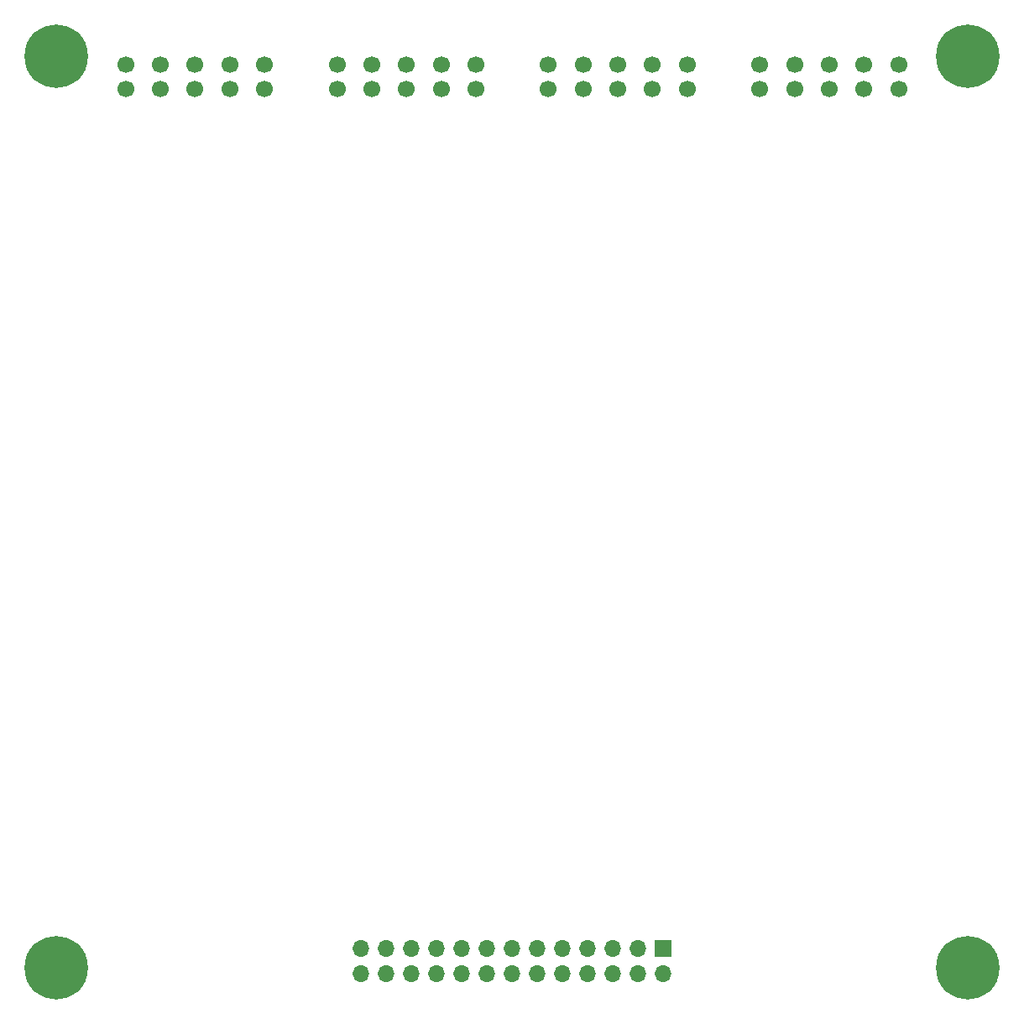
<source format=gbs>
G04 #@! TF.GenerationSoftware,KiCad,Pcbnew,8.0.5*
G04 #@! TF.CreationDate,2024-09-25T12:15:56+03:00*
G04 #@! TF.ProjectId,rioctrl-shiftio,72696f63-7472-46c2-9d73-68696674696f,rev?*
G04 #@! TF.SameCoordinates,Original*
G04 #@! TF.FileFunction,Soldermask,Bot*
G04 #@! TF.FilePolarity,Negative*
%FSLAX46Y46*%
G04 Gerber Fmt 4.6, Leading zero omitted, Abs format (unit mm)*
G04 Created by KiCad (PCBNEW 8.0.5) date 2024-09-25 12:15:56*
%MOMM*%
%LPD*%
G01*
G04 APERTURE LIST*
%ADD10R,1.700000X1.700000*%
%ADD11O,1.700000X1.700000*%
%ADD12C,1.700000*%
%ADD13C,0.800000*%
%ADD14C,6.400000*%
G04 APERTURE END LIST*
D10*
G04 #@! TO.C,J1*
X215240000Y-144000000D03*
D11*
X215240000Y-146540000D03*
X212700000Y-144000000D03*
X212700000Y-146540000D03*
X210160000Y-144000000D03*
X210160000Y-146540000D03*
X207620000Y-144000000D03*
X207620000Y-146540000D03*
X205080000Y-144000000D03*
X205080000Y-146540000D03*
X202540000Y-144000000D03*
X202540000Y-146540000D03*
X200000000Y-144000000D03*
X200000000Y-146540000D03*
X197460000Y-144000000D03*
X197460000Y-146540000D03*
X194920000Y-144000000D03*
X194920000Y-146540000D03*
X192380000Y-144000000D03*
X192380000Y-146540000D03*
X189840000Y-144000000D03*
X189840000Y-146540000D03*
X187300000Y-144000000D03*
X187300000Y-146540000D03*
X184760000Y-144000000D03*
X184760000Y-146540000D03*
G04 #@! TD*
D12*
G04 #@! TO.C,J3*
X196333333Y-57350000D03*
X196333333Y-54850000D03*
X192833333Y-57350000D03*
X192833333Y-54850000D03*
X189333333Y-57350000D03*
X189333333Y-54850000D03*
X185833333Y-57350000D03*
X185833333Y-54850000D03*
X182333333Y-57350000D03*
X182333333Y-54850000D03*
G04 #@! TD*
G04 #@! TO.C,J2*
X175000000Y-57350000D03*
X175000000Y-54850000D03*
X171500000Y-57350000D03*
X171500000Y-54850000D03*
X168000000Y-57350000D03*
X168000000Y-54850000D03*
X164500000Y-57350000D03*
X164500000Y-54850000D03*
X161000000Y-57350000D03*
X161000000Y-54850000D03*
G04 #@! TD*
D13*
G04 #@! TO.C,H1*
X151600000Y-54000000D03*
X152302944Y-52302944D03*
X152302944Y-55697056D03*
X154000000Y-51600000D03*
D14*
X154000000Y-54000000D03*
D13*
X154000000Y-56400000D03*
X155697056Y-52302944D03*
X155697056Y-55697056D03*
X156400000Y-54000000D03*
G04 #@! TD*
D12*
G04 #@! TO.C,J4*
X217666666Y-57350000D03*
X217666666Y-54850000D03*
X214166666Y-57350000D03*
X214166666Y-54850000D03*
X210666666Y-57350000D03*
X210666666Y-54850000D03*
X207166666Y-57350000D03*
X207166666Y-54850000D03*
X203666666Y-57350000D03*
X203666666Y-54850000D03*
G04 #@! TD*
D13*
G04 #@! TO.C,H3*
X151600000Y-146000000D03*
X152302944Y-144302944D03*
X152302944Y-147697056D03*
X154000000Y-143600000D03*
D14*
X154000000Y-146000000D03*
D13*
X154000000Y-148400000D03*
X155697056Y-144302944D03*
X155697056Y-147697056D03*
X156400000Y-146000000D03*
G04 #@! TD*
D12*
G04 #@! TO.C,J5*
X239000000Y-57350000D03*
X239000000Y-54850000D03*
X235500000Y-57350000D03*
X235500000Y-54850000D03*
X232000000Y-57350000D03*
X232000000Y-54850000D03*
X228500000Y-57350000D03*
X228500000Y-54850000D03*
X225000000Y-57350000D03*
X225000000Y-54850000D03*
G04 #@! TD*
D13*
G04 #@! TO.C,H2*
X243600000Y-54000000D03*
X244302944Y-52302944D03*
X244302944Y-55697056D03*
X246000000Y-51600000D03*
D14*
X246000000Y-54000000D03*
D13*
X246000000Y-56400000D03*
X247697056Y-52302944D03*
X247697056Y-55697056D03*
X248400000Y-54000000D03*
G04 #@! TD*
G04 #@! TO.C,H4*
X243600000Y-146000000D03*
X244302944Y-144302944D03*
X244302944Y-147697056D03*
X246000000Y-143600000D03*
D14*
X246000000Y-146000000D03*
D13*
X246000000Y-148400000D03*
X247697056Y-144302944D03*
X247697056Y-147697056D03*
X248400000Y-146000000D03*
G04 #@! TD*
M02*

</source>
